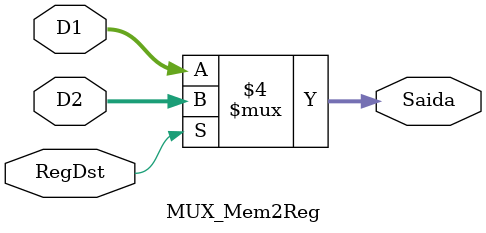
<source format=v>
module MUX_Mem2Reg(D1,D2,RegDst,Saida);
	input [4:0] D1,D2;
	input RegDst;
	output reg [4:0] Saida;

	always@(RegDst or D1 or D2)
	begin
		if( RegDst == 1'B0 ) // D1||D2 0:1
		begin
			Saida = D1;
		end
			else
			begin
				Saida = D2;
			end
	end
endmodule

</source>
